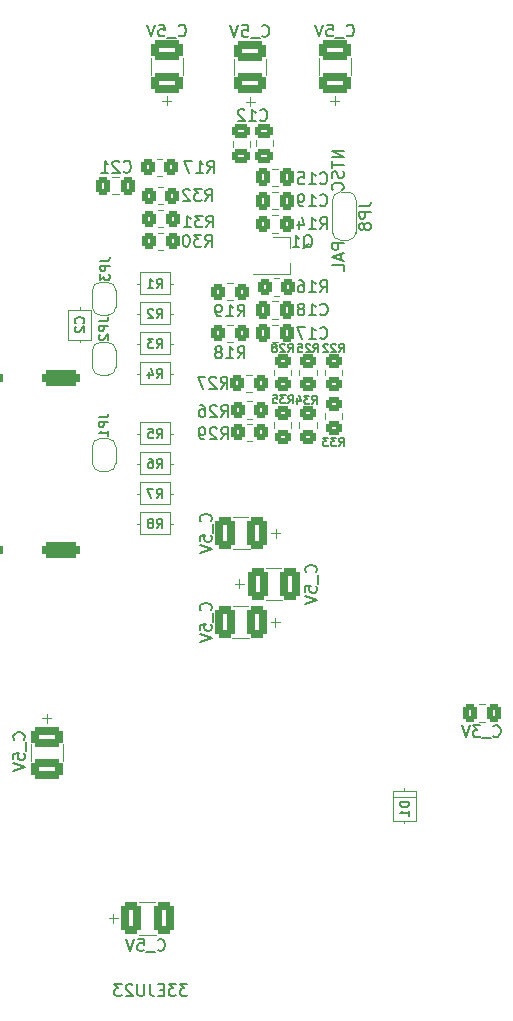
<source format=gbo>
G04 #@! TF.GenerationSoftware,KiCad,Pcbnew,6.0.11-2627ca5db0~126~ubuntu20.04.1*
G04 #@! TF.CreationDate,2023-09-26T13:35:35+05:00*
G04 #@! TF.ProjectId,33EJU23,3333454a-5532-4332-9e6b-696361645f70,rev?*
G04 #@! TF.SameCoordinates,Original*
G04 #@! TF.FileFunction,Legend,Bot*
G04 #@! TF.FilePolarity,Positive*
%FSLAX46Y46*%
G04 Gerber Fmt 4.6, Leading zero omitted, Abs format (unit mm)*
G04 Created by KiCad (PCBNEW 6.0.11-2627ca5db0~126~ubuntu20.04.1) date 2023-09-26 13:35:35*
%MOMM*%
%LPD*%
G01*
G04 APERTURE LIST*
G04 Aperture macros list*
%AMRoundRect*
0 Rectangle with rounded corners*
0 $1 Rounding radius*
0 $2 $3 $4 $5 $6 $7 $8 $9 X,Y pos of 4 corners*
0 Add a 4 corners polygon primitive as box body*
4,1,4,$2,$3,$4,$5,$6,$7,$8,$9,$2,$3,0*
0 Add four circle primitives for the rounded corners*
1,1,$1+$1,$2,$3*
1,1,$1+$1,$4,$5*
1,1,$1+$1,$6,$7*
1,1,$1+$1,$8,$9*
0 Add four rect primitives between the rounded corners*
20,1,$1+$1,$2,$3,$4,$5,0*
20,1,$1+$1,$4,$5,$6,$7,0*
20,1,$1+$1,$6,$7,$8,$9,0*
20,1,$1+$1,$8,$9,$2,$3,0*%
%AMFreePoly0*
4,1,22,0.550000,-0.750000,0.000000,-0.750000,0.000000,-0.745033,-0.079941,-0.743568,-0.215256,-0.701293,-0.333266,-0.622738,-0.424486,-0.514219,-0.481581,-0.384460,-0.499164,-0.250000,-0.500000,-0.250000,-0.500000,0.250000,-0.499164,0.250000,-0.499963,0.256109,-0.478152,0.396186,-0.417904,0.524511,-0.324060,0.630769,-0.204165,0.706417,-0.067858,0.745374,0.000000,0.744959,0.000000,0.750000,
0.550000,0.750000,0.550000,-0.750000,0.550000,-0.750000,$1*%
%AMFreePoly1*
4,1,20,0.000000,0.744959,0.073905,0.744508,0.209726,0.703889,0.328688,0.626782,0.421226,0.519385,0.479903,0.390333,0.500000,0.250000,0.500000,-0.250000,0.499851,-0.262216,0.476331,-0.402017,0.414519,-0.529596,0.319384,-0.634700,0.198574,-0.708877,0.061801,-0.746166,0.000000,-0.745033,0.000000,-0.750000,-0.550000,-0.750000,-0.550000,0.750000,0.000000,0.750000,0.000000,0.744959,
0.000000,0.744959,$1*%
%AMFreePoly2*
4,1,22,0.500000,-0.750000,0.000000,-0.750000,0.000000,-0.745033,-0.079941,-0.743568,-0.215256,-0.701293,-0.333266,-0.622738,-0.424486,-0.514219,-0.481581,-0.384460,-0.499164,-0.250000,-0.500000,-0.250000,-0.500000,0.250000,-0.499164,0.250000,-0.499963,0.256109,-0.478152,0.396186,-0.417904,0.524511,-0.324060,0.630769,-0.204165,0.706417,-0.067858,0.745374,0.000000,0.744959,0.000000,0.750000,
0.500000,0.750000,0.500000,-0.750000,0.500000,-0.750000,$1*%
%AMFreePoly3*
4,1,20,0.000000,0.744959,0.073905,0.744508,0.209726,0.703889,0.328688,0.626782,0.421226,0.519385,0.479903,0.390333,0.500000,0.250000,0.500000,-0.250000,0.499851,-0.262216,0.476331,-0.402017,0.414519,-0.529596,0.319384,-0.634700,0.198574,-0.708877,0.061801,-0.746166,0.000000,-0.745033,0.000000,-0.750000,-0.500000,-0.750000,-0.500000,0.750000,0.000000,0.750000,0.000000,0.744959,
0.000000,0.744959,$1*%
G04 Aperture macros list end*
%ADD10C,0.120000*%
%ADD11C,0.150000*%
%ADD12R,1.600000X7.000000*%
%ADD13RoundRect,0.250000X0.337500X0.475000X-0.337500X0.475000X-0.337500X-0.475000X0.337500X-0.475000X0*%
%ADD14C,1.500000*%
%ADD15C,1.700000*%
%ADD16C,2.000000*%
%ADD17O,1.700000X1.700000*%
%ADD18C,0.650000*%
%ADD19O,1.000000X1.600000*%
%ADD20O,1.100000X1.500000*%
%ADD21O,1.000000X2.100000*%
%ADD22R,1.700000X1.700000*%
%ADD23RoundRect,0.350000X-1.300000X0.350000X-1.300000X-0.350000X1.300000X-0.350000X1.300000X0.350000X0*%
%ADD24RoundRect,0.350000X-0.700000X0.350000X-0.700000X-0.350000X0.700000X-0.350000X0.700000X0.350000X0*%
%ADD25R,1.524000X1.524000*%
%ADD26C,1.524000*%
%ADD27C,3.500000*%
%ADD28R,2.000000X2.000000*%
%ADD29R,1.200000X1.200000*%
%ADD30C,1.200000*%
%ADD31R,1.600000X1.600000*%
%ADD32C,1.600000*%
%ADD33O,4.700000X2.000000*%
%ADD34O,4.400000X2.000000*%
%ADD35O,2.700000X3.700000*%
%ADD36R,3.480000X1.846667*%
%ADD37C,4.000000*%
%ADD38RoundRect,0.250000X0.350000X0.450000X-0.350000X0.450000X-0.350000X-0.450000X0.350000X-0.450000X0*%
%ADD39FreePoly0,90.000000*%
%ADD40R,1.500000X1.000000*%
%ADD41FreePoly1,90.000000*%
%ADD42RoundRect,0.323962X0.534538X1.026038X-0.534538X1.026038X-0.534538X-1.026038X0.534538X-1.026038X0*%
%ADD43RoundRect,0.250000X-0.475000X0.337500X-0.475000X-0.337500X0.475000X-0.337500X0.475000X0.337500X0*%
%ADD44RoundRect,0.250000X-0.450000X0.350000X-0.450000X-0.350000X0.450000X-0.350000X0.450000X0.350000X0*%
%ADD45RoundRect,0.250000X-0.350000X-0.450000X0.350000X-0.450000X0.350000X0.450000X-0.350000X0.450000X0*%
%ADD46FreePoly2,90.000000*%
%ADD47FreePoly3,90.000000*%
%ADD48RoundRect,0.323962X1.026038X-0.534538X1.026038X0.534538X-1.026038X0.534538X-1.026038X-0.534538X0*%
%ADD49R,1.900000X0.800000*%
%ADD50RoundRect,0.323962X-0.534538X-1.026038X0.534538X-1.026038X0.534538X1.026038X-0.534538X1.026038X0*%
%ADD51RoundRect,0.250000X-0.337500X-0.475000X0.337500X-0.475000X0.337500X0.475000X-0.337500X0.475000X0*%
%ADD52RoundRect,0.323962X-1.026038X0.534538X-1.026038X-0.534538X1.026038X-0.534538X1.026038X0.534538X0*%
G04 APERTURE END LIST*
D10*
X67778759Y-96121755D02*
X69683759Y-96121755D01*
D11*
X50363047Y-111974380D02*
X49744000Y-111974380D01*
X50077333Y-112355333D01*
X49934476Y-112355333D01*
X49839238Y-112402952D01*
X49791619Y-112450571D01*
X49744000Y-112545809D01*
X49744000Y-112783904D01*
X49791619Y-112879142D01*
X49839238Y-112926761D01*
X49934476Y-112974380D01*
X50220190Y-112974380D01*
X50315428Y-112926761D01*
X50363047Y-112879142D01*
X49410666Y-111974380D02*
X48791619Y-111974380D01*
X49124952Y-112355333D01*
X48982095Y-112355333D01*
X48886857Y-112402952D01*
X48839238Y-112450571D01*
X48791619Y-112545809D01*
X48791619Y-112783904D01*
X48839238Y-112879142D01*
X48886857Y-112926761D01*
X48982095Y-112974380D01*
X49267809Y-112974380D01*
X49363047Y-112926761D01*
X49410666Y-112879142D01*
X48363047Y-112450571D02*
X48029714Y-112450571D01*
X47886857Y-112974380D02*
X48363047Y-112974380D01*
X48363047Y-111974380D01*
X47886857Y-111974380D01*
X47172571Y-111974380D02*
X47172571Y-112688666D01*
X47220190Y-112831523D01*
X47315428Y-112926761D01*
X47458285Y-112974380D01*
X47553523Y-112974380D01*
X46696380Y-111974380D02*
X46696380Y-112783904D01*
X46648761Y-112879142D01*
X46601142Y-112926761D01*
X46505904Y-112974380D01*
X46315428Y-112974380D01*
X46220190Y-112926761D01*
X46172571Y-112879142D01*
X46124952Y-112783904D01*
X46124952Y-111974380D01*
X45696380Y-112069619D02*
X45648761Y-112022000D01*
X45553523Y-111974380D01*
X45315428Y-111974380D01*
X45220190Y-112022000D01*
X45172571Y-112069619D01*
X45124952Y-112164857D01*
X45124952Y-112260095D01*
X45172571Y-112402952D01*
X45744000Y-112974380D01*
X45124952Y-112974380D01*
X44791619Y-111974380D02*
X44172571Y-111974380D01*
X44505904Y-112355333D01*
X44363047Y-112355333D01*
X44267809Y-112402952D01*
X44220190Y-112450571D01*
X44172571Y-112545809D01*
X44172571Y-112783904D01*
X44220190Y-112879142D01*
X44267809Y-112926761D01*
X44363047Y-112974380D01*
X44648761Y-112974380D01*
X44744000Y-112926761D01*
X44791619Y-112879142D01*
X76255931Y-90982971D02*
X76303550Y-91030590D01*
X76446407Y-91078209D01*
X76541645Y-91078209D01*
X76684502Y-91030590D01*
X76779741Y-90935352D01*
X76827360Y-90840114D01*
X76874979Y-90649638D01*
X76874979Y-90506781D01*
X76827360Y-90316305D01*
X76779741Y-90221067D01*
X76684502Y-90125829D01*
X76541645Y-90078209D01*
X76446407Y-90078209D01*
X76303550Y-90125829D01*
X76255931Y-90173448D01*
X76065455Y-91173448D02*
X75303550Y-91173448D01*
X75160693Y-90078209D02*
X74541645Y-90078209D01*
X74874979Y-90459162D01*
X74732121Y-90459162D01*
X74636883Y-90506781D01*
X74589264Y-90554400D01*
X74541645Y-90649638D01*
X74541645Y-90887733D01*
X74589264Y-90982971D01*
X74636883Y-91030590D01*
X74732121Y-91078209D01*
X75017836Y-91078209D01*
X75113074Y-91030590D01*
X75160693Y-90982971D01*
X74255931Y-90078209D02*
X73922598Y-91078209D01*
X73589264Y-90078209D01*
X47758333Y-68306904D02*
X48025000Y-67925952D01*
X48215476Y-68306904D02*
X48215476Y-67506904D01*
X47910714Y-67506904D01*
X47834523Y-67545000D01*
X47796428Y-67583095D01*
X47758333Y-67659285D01*
X47758333Y-67773571D01*
X47796428Y-67849761D01*
X47834523Y-67887857D01*
X47910714Y-67925952D01*
X48215476Y-67925952D01*
X47072619Y-67506904D02*
X47225000Y-67506904D01*
X47301190Y-67545000D01*
X47339285Y-67583095D01*
X47415476Y-67697380D01*
X47453571Y-67849761D01*
X47453571Y-68154523D01*
X47415476Y-68230714D01*
X47377380Y-68268809D01*
X47301190Y-68306904D01*
X47148809Y-68306904D01*
X47072619Y-68268809D01*
X47034523Y-68230714D01*
X46996428Y-68154523D01*
X46996428Y-67964047D01*
X47034523Y-67887857D01*
X47072619Y-67849761D01*
X47148809Y-67811666D01*
X47301190Y-67811666D01*
X47377380Y-67849761D01*
X47415476Y-67887857D01*
X47453571Y-67964047D01*
X47758333Y-70846904D02*
X48025000Y-70465952D01*
X48215476Y-70846904D02*
X48215476Y-70046904D01*
X47910714Y-70046904D01*
X47834523Y-70085000D01*
X47796428Y-70123095D01*
X47758333Y-70199285D01*
X47758333Y-70313571D01*
X47796428Y-70389761D01*
X47834523Y-70427857D01*
X47910714Y-70465952D01*
X48215476Y-70465952D01*
X47491666Y-70046904D02*
X46958333Y-70046904D01*
X47301190Y-70846904D01*
X47758333Y-55606904D02*
X48025000Y-55225952D01*
X48215476Y-55606904D02*
X48215476Y-54806904D01*
X47910714Y-54806904D01*
X47834523Y-54845000D01*
X47796428Y-54883095D01*
X47758333Y-54959285D01*
X47758333Y-55073571D01*
X47796428Y-55149761D01*
X47834523Y-55187857D01*
X47910714Y-55225952D01*
X48215476Y-55225952D01*
X47453571Y-54883095D02*
X47415476Y-54845000D01*
X47339285Y-54806904D01*
X47148809Y-54806904D01*
X47072619Y-54845000D01*
X47034523Y-54883095D01*
X46996428Y-54959285D01*
X46996428Y-55035476D01*
X47034523Y-55149761D01*
X47491666Y-55606904D01*
X46996428Y-55606904D01*
X69153285Y-96547280D02*
X68353285Y-96547280D01*
X68353285Y-96737757D01*
X68391381Y-96852042D01*
X68467571Y-96928233D01*
X68543761Y-96966328D01*
X68696142Y-97004423D01*
X68810428Y-97004423D01*
X68962809Y-96966328D01*
X69039000Y-96928233D01*
X69115190Y-96852042D01*
X69153285Y-96737757D01*
X69153285Y-96547280D01*
X69153285Y-97766328D02*
X69153285Y-97309185D01*
X69153285Y-97537757D02*
X68353285Y-97537757D01*
X68467571Y-97461566D01*
X68543761Y-97385376D01*
X68581857Y-97309185D01*
X47758333Y-53066904D02*
X48025000Y-52685952D01*
X48215476Y-53066904D02*
X48215476Y-52266904D01*
X47910714Y-52266904D01*
X47834523Y-52305000D01*
X47796428Y-52343095D01*
X47758333Y-52419285D01*
X47758333Y-52533571D01*
X47796428Y-52609761D01*
X47834523Y-52647857D01*
X47910714Y-52685952D01*
X48215476Y-52685952D01*
X46996428Y-53066904D02*
X47453571Y-53066904D01*
X47225000Y-53066904D02*
X47225000Y-52266904D01*
X47301190Y-52381190D01*
X47377380Y-52457380D01*
X47453571Y-52495476D01*
X41560714Y-56016666D02*
X41598809Y-55978571D01*
X41636904Y-55864285D01*
X41636904Y-55788095D01*
X41598809Y-55673809D01*
X41522619Y-55597619D01*
X41446428Y-55559523D01*
X41294047Y-55521428D01*
X41179761Y-55521428D01*
X41027380Y-55559523D01*
X40951190Y-55597619D01*
X40875000Y-55673809D01*
X40836904Y-55788095D01*
X40836904Y-55864285D01*
X40875000Y-55978571D01*
X40913095Y-56016666D01*
X40913095Y-56321428D02*
X40875000Y-56359523D01*
X40836904Y-56435714D01*
X40836904Y-56626190D01*
X40875000Y-56702380D01*
X40913095Y-56740476D01*
X40989285Y-56778571D01*
X41065476Y-56778571D01*
X41179761Y-56740476D01*
X41636904Y-56283333D01*
X41636904Y-56778571D01*
X47758333Y-60686904D02*
X48025000Y-60305952D01*
X48215476Y-60686904D02*
X48215476Y-59886904D01*
X47910714Y-59886904D01*
X47834523Y-59925000D01*
X47796428Y-59963095D01*
X47758333Y-60039285D01*
X47758333Y-60153571D01*
X47796428Y-60229761D01*
X47834523Y-60267857D01*
X47910714Y-60305952D01*
X48215476Y-60305952D01*
X47072619Y-60153571D02*
X47072619Y-60686904D01*
X47263095Y-59848809D02*
X47453571Y-60420238D01*
X46958333Y-60420238D01*
X47758333Y-58146904D02*
X48025000Y-57765952D01*
X48215476Y-58146904D02*
X48215476Y-57346904D01*
X47910714Y-57346904D01*
X47834523Y-57385000D01*
X47796428Y-57423095D01*
X47758333Y-57499285D01*
X47758333Y-57613571D01*
X47796428Y-57689761D01*
X47834523Y-57727857D01*
X47910714Y-57765952D01*
X48215476Y-57765952D01*
X47491666Y-57346904D02*
X46996428Y-57346904D01*
X47263095Y-57651666D01*
X47148809Y-57651666D01*
X47072619Y-57689761D01*
X47034523Y-57727857D01*
X46996428Y-57804047D01*
X46996428Y-57994523D01*
X47034523Y-58070714D01*
X47072619Y-58108809D01*
X47148809Y-58146904D01*
X47377380Y-58146904D01*
X47453571Y-58108809D01*
X47491666Y-58070714D01*
X47758333Y-65766904D02*
X48025000Y-65385952D01*
X48215476Y-65766904D02*
X48215476Y-64966904D01*
X47910714Y-64966904D01*
X47834523Y-65005000D01*
X47796428Y-65043095D01*
X47758333Y-65119285D01*
X47758333Y-65233571D01*
X47796428Y-65309761D01*
X47834523Y-65347857D01*
X47910714Y-65385952D01*
X48215476Y-65385952D01*
X47034523Y-64966904D02*
X47415476Y-64966904D01*
X47453571Y-65347857D01*
X47415476Y-65309761D01*
X47339285Y-65271666D01*
X47148809Y-65271666D01*
X47072619Y-65309761D01*
X47034523Y-65347857D01*
X46996428Y-65424047D01*
X46996428Y-65614523D01*
X47034523Y-65690714D01*
X47072619Y-65728809D01*
X47148809Y-65766904D01*
X47339285Y-65766904D01*
X47415476Y-65728809D01*
X47453571Y-65690714D01*
X47758333Y-73386904D02*
X48025000Y-73005952D01*
X48215476Y-73386904D02*
X48215476Y-72586904D01*
X47910714Y-72586904D01*
X47834523Y-72625000D01*
X47796428Y-72663095D01*
X47758333Y-72739285D01*
X47758333Y-72853571D01*
X47796428Y-72929761D01*
X47834523Y-72967857D01*
X47910714Y-73005952D01*
X48215476Y-73005952D01*
X47301190Y-72929761D02*
X47377380Y-72891666D01*
X47415476Y-72853571D01*
X47453571Y-72777380D01*
X47453571Y-72739285D01*
X47415476Y-72663095D01*
X47377380Y-72625000D01*
X47301190Y-72586904D01*
X47148809Y-72586904D01*
X47072619Y-72625000D01*
X47034523Y-72663095D01*
X46996428Y-72739285D01*
X46996428Y-72777380D01*
X47034523Y-72853571D01*
X47072619Y-72891666D01*
X47148809Y-72929761D01*
X47301190Y-72929761D01*
X47377380Y-72967857D01*
X47415476Y-73005952D01*
X47453571Y-73082142D01*
X47453571Y-73234523D01*
X47415476Y-73310714D01*
X47377380Y-73348809D01*
X47301190Y-73386904D01*
X47148809Y-73386904D01*
X47072619Y-73348809D01*
X47034523Y-73310714D01*
X46996428Y-73234523D01*
X46996428Y-73082142D01*
X47034523Y-73005952D01*
X47072619Y-72967857D01*
X47148809Y-72929761D01*
X51890657Y-45664380D02*
X52223990Y-45188190D01*
X52462085Y-45664380D02*
X52462085Y-44664380D01*
X52081133Y-44664380D01*
X51985895Y-44712000D01*
X51938276Y-44759619D01*
X51890657Y-44854857D01*
X51890657Y-44997714D01*
X51938276Y-45092952D01*
X51985895Y-45140571D01*
X52081133Y-45188190D01*
X52462085Y-45188190D01*
X51557323Y-44664380D02*
X50938276Y-44664380D01*
X51271609Y-45045333D01*
X51128752Y-45045333D01*
X51033514Y-45092952D01*
X50985895Y-45140571D01*
X50938276Y-45235809D01*
X50938276Y-45473904D01*
X50985895Y-45569142D01*
X51033514Y-45616761D01*
X51128752Y-45664380D01*
X51414466Y-45664380D01*
X51509704Y-45616761D01*
X51557323Y-45569142D01*
X50557323Y-44759619D02*
X50509704Y-44712000D01*
X50414466Y-44664380D01*
X50176371Y-44664380D01*
X50081133Y-44712000D01*
X50033514Y-44759619D01*
X49985895Y-44854857D01*
X49985895Y-44950095D01*
X50033514Y-45092952D01*
X50604942Y-45664380D01*
X49985895Y-45664380D01*
X64899712Y-46125505D02*
X65613998Y-46125505D01*
X65756855Y-46077886D01*
X65852093Y-45982648D01*
X65899712Y-45839791D01*
X65899712Y-45744553D01*
X65899712Y-46601696D02*
X64899712Y-46601696D01*
X64899712Y-46982648D01*
X64947332Y-47077886D01*
X64994951Y-47125505D01*
X65090189Y-47173124D01*
X65233046Y-47173124D01*
X65328284Y-47125505D01*
X65375903Y-47077886D01*
X65423522Y-46982648D01*
X65423522Y-46601696D01*
X65328284Y-47744553D02*
X65280665Y-47649315D01*
X65233046Y-47601696D01*
X65137808Y-47554077D01*
X65090189Y-47554077D01*
X64994951Y-47601696D01*
X64947332Y-47649315D01*
X64899712Y-47744553D01*
X64899712Y-47935029D01*
X64947332Y-48030267D01*
X64994951Y-48077886D01*
X65090189Y-48125505D01*
X65137808Y-48125505D01*
X65233046Y-48077886D01*
X65280665Y-48030267D01*
X65328284Y-47935029D01*
X65328284Y-47744553D01*
X65375903Y-47649315D01*
X65423522Y-47601696D01*
X65518760Y-47554077D01*
X65709236Y-47554077D01*
X65804474Y-47601696D01*
X65852093Y-47649315D01*
X65899712Y-47744553D01*
X65899712Y-47935029D01*
X65852093Y-48030267D01*
X65804474Y-48077886D01*
X65709236Y-48125505D01*
X65518760Y-48125505D01*
X65423522Y-48077886D01*
X65375903Y-48030267D01*
X65328284Y-47935029D01*
X63629732Y-49241380D02*
X62629732Y-49241380D01*
X62629732Y-49622333D01*
X62677352Y-49717571D01*
X62724971Y-49765190D01*
X62820209Y-49812809D01*
X62963066Y-49812809D01*
X63058304Y-49765190D01*
X63105923Y-49717571D01*
X63153542Y-49622333D01*
X63153542Y-49241380D01*
X63344018Y-50193761D02*
X63344018Y-50669952D01*
X63629732Y-50098523D02*
X62629732Y-50431857D01*
X63629732Y-50765190D01*
X63629732Y-51574714D02*
X63629732Y-51098523D01*
X62629732Y-51098523D01*
X63580094Y-41409092D02*
X62580094Y-41409092D01*
X63580094Y-41980521D01*
X62580094Y-41980521D01*
X62580094Y-42313854D02*
X62580094Y-42885283D01*
X63580094Y-42599569D02*
X62580094Y-42599569D01*
X63532475Y-43170997D02*
X63580094Y-43313854D01*
X63580094Y-43551950D01*
X63532475Y-43647188D01*
X63484856Y-43694807D01*
X63389618Y-43742426D01*
X63294380Y-43742426D01*
X63199142Y-43694807D01*
X63151523Y-43647188D01*
X63103904Y-43551950D01*
X63056285Y-43361473D01*
X63008666Y-43266235D01*
X62961047Y-43218616D01*
X62865809Y-43170997D01*
X62770571Y-43170997D01*
X62675333Y-43218616D01*
X62627714Y-43266235D01*
X62580094Y-43361473D01*
X62580094Y-43599569D01*
X62627714Y-43742426D01*
X63484856Y-44742426D02*
X63532475Y-44694807D01*
X63580094Y-44551950D01*
X63580094Y-44456711D01*
X63532475Y-44313854D01*
X63437237Y-44218616D01*
X63341999Y-44170997D01*
X63151523Y-44123378D01*
X63008666Y-44123378D01*
X62818190Y-44170997D01*
X62722952Y-44218616D01*
X62627714Y-44313854D01*
X62580094Y-44456711D01*
X62580094Y-44551950D01*
X62627714Y-44694807D01*
X62675333Y-44742426D01*
X52324375Y-80352471D02*
X52371994Y-80304852D01*
X52419613Y-80161995D01*
X52419613Y-80066757D01*
X52371994Y-79923900D01*
X52276756Y-79828662D01*
X52181518Y-79781042D01*
X51991042Y-79733423D01*
X51848185Y-79733423D01*
X51657709Y-79781042D01*
X51562471Y-79828662D01*
X51467233Y-79923900D01*
X51419613Y-80066757D01*
X51419613Y-80161995D01*
X51467233Y-80304852D01*
X51514852Y-80352471D01*
X52514852Y-80542947D02*
X52514852Y-81304852D01*
X51419613Y-82019138D02*
X51419613Y-81542947D01*
X51895804Y-81495328D01*
X51848185Y-81542947D01*
X51800566Y-81638185D01*
X51800566Y-81876281D01*
X51848185Y-81971519D01*
X51895804Y-82019138D01*
X51991042Y-82066757D01*
X52229137Y-82066757D01*
X52324375Y-82019138D01*
X52371994Y-81971519D01*
X52419613Y-81876281D01*
X52419613Y-81638185D01*
X52371994Y-81542947D01*
X52324375Y-81495328D01*
X51419613Y-82352471D02*
X52419613Y-82685804D01*
X51419613Y-83019138D01*
X56522937Y-38822326D02*
X56570556Y-38869945D01*
X56713413Y-38917564D01*
X56808651Y-38917564D01*
X56951508Y-38869945D01*
X57046746Y-38774707D01*
X57094365Y-38679469D01*
X57141984Y-38488993D01*
X57141984Y-38346136D01*
X57094365Y-38155660D01*
X57046746Y-38060422D01*
X56951508Y-37965184D01*
X56808651Y-37917564D01*
X56713413Y-37917564D01*
X56570556Y-37965184D01*
X56522937Y-38012803D01*
X55570556Y-38917564D02*
X56141984Y-38917564D01*
X55856270Y-38917564D02*
X55856270Y-37917564D01*
X55951508Y-38060422D01*
X56046746Y-38155660D01*
X56141984Y-38203279D01*
X55189603Y-38012803D02*
X55141984Y-37965184D01*
X55046746Y-37917564D01*
X54808651Y-37917564D01*
X54713413Y-37965184D01*
X54665794Y-38012803D01*
X54618175Y-38108041D01*
X54618175Y-38203279D01*
X54665794Y-38346136D01*
X55237222Y-38917564D01*
X54618175Y-38917564D01*
X60910668Y-62867543D02*
X61144001Y-62534210D01*
X61310668Y-62867543D02*
X61310668Y-62167543D01*
X61044001Y-62167543D01*
X60977334Y-62200877D01*
X60944001Y-62234210D01*
X60910668Y-62300877D01*
X60910668Y-62400877D01*
X60944001Y-62467543D01*
X60977334Y-62500877D01*
X61044001Y-62534210D01*
X61310668Y-62534210D01*
X60677334Y-62167543D02*
X60244001Y-62167543D01*
X60477334Y-62434210D01*
X60377334Y-62434210D01*
X60310668Y-62467543D01*
X60277334Y-62500877D01*
X60244001Y-62567543D01*
X60244001Y-62734210D01*
X60277334Y-62800877D01*
X60310668Y-62834210D01*
X60377334Y-62867543D01*
X60577334Y-62867543D01*
X60644001Y-62834210D01*
X60677334Y-62800877D01*
X59644001Y-62400877D02*
X59644001Y-62867543D01*
X59810668Y-62134210D02*
X59977334Y-62634210D01*
X59544001Y-62634210D01*
X51976257Y-47924980D02*
X52309590Y-47448790D01*
X52547685Y-47924980D02*
X52547685Y-46924980D01*
X52166733Y-46924980D01*
X52071495Y-46972600D01*
X52023876Y-47020219D01*
X51976257Y-47115457D01*
X51976257Y-47258314D01*
X52023876Y-47353552D01*
X52071495Y-47401171D01*
X52166733Y-47448790D01*
X52547685Y-47448790D01*
X51642923Y-46924980D02*
X51023876Y-46924980D01*
X51357209Y-47305933D01*
X51214352Y-47305933D01*
X51119114Y-47353552D01*
X51071495Y-47401171D01*
X51023876Y-47496409D01*
X51023876Y-47734504D01*
X51071495Y-47829742D01*
X51119114Y-47877361D01*
X51214352Y-47924980D01*
X51500066Y-47924980D01*
X51595304Y-47877361D01*
X51642923Y-47829742D01*
X50071495Y-47924980D02*
X50642923Y-47924980D01*
X50357209Y-47924980D02*
X50357209Y-46924980D01*
X50452447Y-47067838D01*
X50547685Y-47163076D01*
X50642923Y-47210695D01*
X54617857Y-55452380D02*
X54951190Y-54976190D01*
X55189285Y-55452380D02*
X55189285Y-54452380D01*
X54808333Y-54452380D01*
X54713095Y-54500000D01*
X54665476Y-54547619D01*
X54617857Y-54642857D01*
X54617857Y-54785714D01*
X54665476Y-54880952D01*
X54713095Y-54928571D01*
X54808333Y-54976190D01*
X55189285Y-54976190D01*
X53665476Y-55452380D02*
X54236904Y-55452380D01*
X53951190Y-55452380D02*
X53951190Y-54452380D01*
X54046428Y-54595238D01*
X54141666Y-54690476D01*
X54236904Y-54738095D01*
X53189285Y-55452380D02*
X52998809Y-55452380D01*
X52903571Y-55404761D01*
X52855952Y-55357142D01*
X52760714Y-55214285D01*
X52713095Y-55023809D01*
X52713095Y-54642857D01*
X52760714Y-54547619D01*
X52808333Y-54500000D01*
X52903571Y-54452380D01*
X53094047Y-54452380D01*
X53189285Y-54500000D01*
X53236904Y-54547619D01*
X53284523Y-54642857D01*
X53284523Y-54880952D01*
X53236904Y-54976190D01*
X53189285Y-55023809D01*
X53094047Y-55071428D01*
X52903571Y-55071428D01*
X52808333Y-55023809D01*
X52760714Y-54976190D01*
X52713095Y-54880952D01*
X63188000Y-58482666D02*
X63421333Y-58149333D01*
X63588000Y-58482666D02*
X63588000Y-57782666D01*
X63321333Y-57782666D01*
X63254666Y-57816000D01*
X63221333Y-57849333D01*
X63188000Y-57916000D01*
X63188000Y-58016000D01*
X63221333Y-58082666D01*
X63254666Y-58116000D01*
X63321333Y-58149333D01*
X63588000Y-58149333D01*
X62921333Y-57849333D02*
X62888000Y-57816000D01*
X62821333Y-57782666D01*
X62654666Y-57782666D01*
X62588000Y-57816000D01*
X62554666Y-57849333D01*
X62521333Y-57916000D01*
X62521333Y-57982666D01*
X62554666Y-58082666D01*
X62954666Y-58482666D01*
X62521333Y-58482666D01*
X62254666Y-57849333D02*
X62221333Y-57816000D01*
X62154666Y-57782666D01*
X61988000Y-57782666D01*
X61921333Y-57816000D01*
X61888000Y-57849333D01*
X61854666Y-57916000D01*
X61854666Y-57982666D01*
X61888000Y-58082666D01*
X62288000Y-58482666D01*
X61854666Y-58482666D01*
X52322623Y-72816578D02*
X52370242Y-72768959D01*
X52417861Y-72626102D01*
X52417861Y-72530864D01*
X52370242Y-72388007D01*
X52275004Y-72292769D01*
X52179766Y-72245149D01*
X51989290Y-72197530D01*
X51846433Y-72197530D01*
X51655957Y-72245149D01*
X51560719Y-72292769D01*
X51465481Y-72388007D01*
X51417861Y-72530864D01*
X51417861Y-72626102D01*
X51465481Y-72768959D01*
X51513100Y-72816578D01*
X52513100Y-73007054D02*
X52513100Y-73768959D01*
X51417861Y-74483245D02*
X51417861Y-74007054D01*
X51894052Y-73959435D01*
X51846433Y-74007054D01*
X51798814Y-74102292D01*
X51798814Y-74340388D01*
X51846433Y-74435626D01*
X51894052Y-74483245D01*
X51989290Y-74530864D01*
X52227385Y-74530864D01*
X52322623Y-74483245D01*
X52370242Y-74435626D01*
X52417861Y-74340388D01*
X52417861Y-74102292D01*
X52370242Y-74007054D01*
X52322623Y-73959435D01*
X51417861Y-74816578D02*
X52417861Y-75149911D01*
X51417861Y-75483245D01*
X61029000Y-58482666D02*
X61262333Y-58149333D01*
X61429000Y-58482666D02*
X61429000Y-57782666D01*
X61162333Y-57782666D01*
X61095666Y-57816000D01*
X61062333Y-57849333D01*
X61029000Y-57916000D01*
X61029000Y-58016000D01*
X61062333Y-58082666D01*
X61095666Y-58116000D01*
X61162333Y-58149333D01*
X61429000Y-58149333D01*
X60762333Y-57849333D02*
X60729000Y-57816000D01*
X60662333Y-57782666D01*
X60495666Y-57782666D01*
X60429000Y-57816000D01*
X60395666Y-57849333D01*
X60362333Y-57916000D01*
X60362333Y-57982666D01*
X60395666Y-58082666D01*
X60795666Y-58482666D01*
X60362333Y-58482666D01*
X59729000Y-57782666D02*
X60062333Y-57782666D01*
X60095666Y-58116000D01*
X60062333Y-58082666D01*
X59995666Y-58049333D01*
X59829000Y-58049333D01*
X59762333Y-58082666D01*
X59729000Y-58116000D01*
X59695666Y-58182666D01*
X59695666Y-58349333D01*
X59729000Y-58416000D01*
X59762333Y-58449333D01*
X59829000Y-58482666D01*
X59995666Y-58482666D01*
X60062333Y-58449333D01*
X60095666Y-58416000D01*
X42995904Y-50768333D02*
X43567333Y-50768333D01*
X43681619Y-50730238D01*
X43757809Y-50654047D01*
X43795904Y-50539761D01*
X43795904Y-50463571D01*
X43795904Y-51149285D02*
X42995904Y-51149285D01*
X42995904Y-51454047D01*
X43034000Y-51530238D01*
X43072095Y-51568333D01*
X43148285Y-51606428D01*
X43262571Y-51606428D01*
X43338761Y-51568333D01*
X43376857Y-51530238D01*
X43414952Y-51454047D01*
X43414952Y-51149285D01*
X42995904Y-51873095D02*
X42995904Y-52368333D01*
X43300666Y-52101666D01*
X43300666Y-52215952D01*
X43338761Y-52292142D01*
X43376857Y-52330238D01*
X43453047Y-52368333D01*
X43643523Y-52368333D01*
X43719714Y-52330238D01*
X43757809Y-52292142D01*
X43795904Y-52215952D01*
X43795904Y-51987380D01*
X43757809Y-51911190D01*
X43719714Y-51873095D01*
X61602857Y-53411380D02*
X61936190Y-52935190D01*
X62174285Y-53411380D02*
X62174285Y-52411380D01*
X61793333Y-52411380D01*
X61698095Y-52459000D01*
X61650476Y-52506619D01*
X61602857Y-52601857D01*
X61602857Y-52744714D01*
X61650476Y-52839952D01*
X61698095Y-52887571D01*
X61793333Y-52935190D01*
X62174285Y-52935190D01*
X60650476Y-53411380D02*
X61221904Y-53411380D01*
X60936190Y-53411380D02*
X60936190Y-52411380D01*
X61031428Y-52554238D01*
X61126666Y-52649476D01*
X61221904Y-52697095D01*
X59793333Y-52411380D02*
X59983809Y-52411380D01*
X60079047Y-52459000D01*
X60126666Y-52506619D01*
X60221904Y-52649476D01*
X60269523Y-52839952D01*
X60269523Y-53220904D01*
X60221904Y-53316142D01*
X60174285Y-53363761D01*
X60079047Y-53411380D01*
X59888571Y-53411380D01*
X59793333Y-53363761D01*
X59745714Y-53316142D01*
X59698095Y-53220904D01*
X59698095Y-52982809D01*
X59745714Y-52887571D01*
X59793333Y-52839952D01*
X59888571Y-52792333D01*
X60079047Y-52792333D01*
X60174285Y-52839952D01*
X60221904Y-52887571D01*
X60269523Y-52982809D01*
X61594288Y-46018090D02*
X61641907Y-46065709D01*
X61784764Y-46113328D01*
X61880002Y-46113328D01*
X62022859Y-46065709D01*
X62118097Y-45970471D01*
X62165716Y-45875233D01*
X62213335Y-45684757D01*
X62213335Y-45541900D01*
X62165716Y-45351424D01*
X62118097Y-45256186D01*
X62022859Y-45160948D01*
X61880002Y-45113328D01*
X61784764Y-45113328D01*
X61641907Y-45160948D01*
X61594288Y-45208567D01*
X60641907Y-46113328D02*
X61213335Y-46113328D01*
X60927621Y-46113328D02*
X60927621Y-45113328D01*
X61022859Y-45256186D01*
X61118097Y-45351424D01*
X61213335Y-45399043D01*
X60165716Y-46113328D02*
X59975240Y-46113328D01*
X59880002Y-46065709D01*
X59832383Y-46018090D01*
X59737145Y-45875233D01*
X59689526Y-45684757D01*
X59689526Y-45303805D01*
X59737145Y-45208567D01*
X59784764Y-45160948D01*
X59880002Y-45113328D01*
X60070478Y-45113328D01*
X60165716Y-45160948D01*
X60213335Y-45208567D01*
X60260954Y-45303805D01*
X60260954Y-45541900D01*
X60213335Y-45637138D01*
X60165716Y-45684757D01*
X60070478Y-45732376D01*
X59880002Y-45732376D01*
X59784764Y-45684757D01*
X59737145Y-45637138D01*
X59689526Y-45541900D01*
X61602857Y-48077380D02*
X61936190Y-47601190D01*
X62174285Y-48077380D02*
X62174285Y-47077380D01*
X61793333Y-47077380D01*
X61698095Y-47125000D01*
X61650476Y-47172619D01*
X61602857Y-47267857D01*
X61602857Y-47410714D01*
X61650476Y-47505952D01*
X61698095Y-47553571D01*
X61793333Y-47601190D01*
X62174285Y-47601190D01*
X60650476Y-48077380D02*
X61221904Y-48077380D01*
X60936190Y-48077380D02*
X60936190Y-47077380D01*
X61031428Y-47220238D01*
X61126666Y-47315476D01*
X61221904Y-47363095D01*
X59793333Y-47410714D02*
X59793333Y-48077380D01*
X60031428Y-47029761D02*
X60269523Y-47744047D01*
X59650476Y-47744047D01*
X63841190Y-31649942D02*
X63888809Y-31697561D01*
X64031666Y-31745180D01*
X64126904Y-31745180D01*
X64269761Y-31697561D01*
X64365000Y-31602323D01*
X64412619Y-31507085D01*
X64460238Y-31316609D01*
X64460238Y-31173752D01*
X64412619Y-30983276D01*
X64365000Y-30888038D01*
X64269761Y-30792800D01*
X64126904Y-30745180D01*
X64031666Y-30745180D01*
X63888809Y-30792800D01*
X63841190Y-30840419D01*
X63650714Y-31840419D02*
X62888809Y-31840419D01*
X62174523Y-30745180D02*
X62650714Y-30745180D01*
X62698333Y-31221371D01*
X62650714Y-31173752D01*
X62555476Y-31126133D01*
X62317380Y-31126133D01*
X62222142Y-31173752D01*
X62174523Y-31221371D01*
X62126904Y-31316609D01*
X62126904Y-31554704D01*
X62174523Y-31649942D01*
X62222142Y-31697561D01*
X62317380Y-31745180D01*
X62555476Y-31745180D01*
X62650714Y-31697561D01*
X62698333Y-31649942D01*
X61841190Y-30745180D02*
X61507857Y-31745180D01*
X61174523Y-30745180D01*
X58861302Y-58482358D02*
X59094635Y-58149025D01*
X59261302Y-58482358D02*
X59261302Y-57782358D01*
X58994635Y-57782358D01*
X58927968Y-57815692D01*
X58894635Y-57849025D01*
X58861302Y-57915692D01*
X58861302Y-58015692D01*
X58894635Y-58082358D01*
X58927968Y-58115692D01*
X58994635Y-58149025D01*
X59261302Y-58149025D01*
X58594635Y-57849025D02*
X58561302Y-57815692D01*
X58494635Y-57782358D01*
X58327968Y-57782358D01*
X58261302Y-57815692D01*
X58227968Y-57849025D01*
X58194635Y-57915692D01*
X58194635Y-57982358D01*
X58227968Y-58082358D01*
X58627968Y-58482358D01*
X58194635Y-58482358D01*
X57794635Y-58082358D02*
X57861302Y-58049025D01*
X57894635Y-58015692D01*
X57927968Y-57949025D01*
X57927968Y-57915692D01*
X57894635Y-57849025D01*
X57861302Y-57815692D01*
X57794635Y-57782358D01*
X57661302Y-57782358D01*
X57594635Y-57815692D01*
X57561302Y-57849025D01*
X57527968Y-57915692D01*
X57527968Y-57949025D01*
X57561302Y-58015692D01*
X57594635Y-58049025D01*
X57661302Y-58082358D01*
X57794635Y-58082358D01*
X57861302Y-58115692D01*
X57894635Y-58149025D01*
X57927968Y-58215692D01*
X57927968Y-58349025D01*
X57894635Y-58415692D01*
X57861302Y-58449025D01*
X57794635Y-58482358D01*
X57661302Y-58482358D01*
X57594635Y-58449025D01*
X57561302Y-58415692D01*
X57527968Y-58349025D01*
X57527968Y-58215692D01*
X57561302Y-58149025D01*
X57594635Y-58115692D01*
X57661302Y-58082358D01*
X42868904Y-63991333D02*
X43440333Y-63991333D01*
X43554619Y-63953238D01*
X43630809Y-63877047D01*
X43668904Y-63762761D01*
X43668904Y-63686571D01*
X43668904Y-64372285D02*
X42868904Y-64372285D01*
X42868904Y-64677047D01*
X42907000Y-64753238D01*
X42945095Y-64791333D01*
X43021285Y-64829428D01*
X43135571Y-64829428D01*
X43211761Y-64791333D01*
X43249857Y-64753238D01*
X43287952Y-64677047D01*
X43287952Y-64372285D01*
X43668904Y-65591333D02*
X43668904Y-65134190D01*
X43668904Y-65362761D02*
X42868904Y-65362761D01*
X42983190Y-65286571D01*
X43059380Y-65210380D01*
X43097476Y-65134190D01*
X53220857Y-65857380D02*
X53554190Y-65381190D01*
X53792285Y-65857380D02*
X53792285Y-64857380D01*
X53411333Y-64857380D01*
X53316095Y-64905000D01*
X53268476Y-64952619D01*
X53220857Y-65047857D01*
X53220857Y-65190714D01*
X53268476Y-65285952D01*
X53316095Y-65333571D01*
X53411333Y-65381190D01*
X53792285Y-65381190D01*
X52839904Y-64952619D02*
X52792285Y-64905000D01*
X52697047Y-64857380D01*
X52458952Y-64857380D01*
X52363714Y-64905000D01*
X52316095Y-64952619D01*
X52268476Y-65047857D01*
X52268476Y-65143095D01*
X52316095Y-65285952D01*
X52887523Y-65857380D01*
X52268476Y-65857380D01*
X51792285Y-65857380D02*
X51601809Y-65857380D01*
X51506571Y-65809761D01*
X51458952Y-65762142D01*
X51363714Y-65619285D01*
X51316095Y-65428809D01*
X51316095Y-65047857D01*
X51363714Y-64952619D01*
X51411333Y-64905000D01*
X51506571Y-64857380D01*
X51697047Y-64857380D01*
X51792285Y-64905000D01*
X51839904Y-64952619D01*
X51887523Y-65047857D01*
X51887523Y-65285952D01*
X51839904Y-65381190D01*
X51792285Y-65428809D01*
X51697047Y-65476428D01*
X51506571Y-65476428D01*
X51411333Y-65428809D01*
X51363714Y-65381190D01*
X51316095Y-65285952D01*
X44965857Y-43181542D02*
X45013476Y-43229161D01*
X45156333Y-43276780D01*
X45251571Y-43276780D01*
X45394428Y-43229161D01*
X45489666Y-43133923D01*
X45537285Y-43038685D01*
X45584904Y-42848209D01*
X45584904Y-42705352D01*
X45537285Y-42514876D01*
X45489666Y-42419638D01*
X45394428Y-42324400D01*
X45251571Y-42276780D01*
X45156333Y-42276780D01*
X45013476Y-42324400D01*
X44965857Y-42372019D01*
X44584904Y-42372019D02*
X44537285Y-42324400D01*
X44442047Y-42276780D01*
X44203952Y-42276780D01*
X44108714Y-42324400D01*
X44061095Y-42372019D01*
X44013476Y-42467257D01*
X44013476Y-42562495D01*
X44061095Y-42705352D01*
X44632523Y-43276780D01*
X44013476Y-43276780D01*
X43061095Y-43276780D02*
X43632523Y-43276780D01*
X43346809Y-43276780D02*
X43346809Y-42276780D01*
X43442047Y-42419638D01*
X43537285Y-42514876D01*
X43632523Y-42562495D01*
X60166238Y-49696619D02*
X60261476Y-49649000D01*
X60356714Y-49553761D01*
X60499571Y-49410904D01*
X60594809Y-49363285D01*
X60690047Y-49363285D01*
X60642428Y-49601380D02*
X60737666Y-49553761D01*
X60832904Y-49458523D01*
X60880523Y-49268047D01*
X60880523Y-48934714D01*
X60832904Y-48744238D01*
X60737666Y-48649000D01*
X60642428Y-48601380D01*
X60451952Y-48601380D01*
X60356714Y-48649000D01*
X60261476Y-48744238D01*
X60213857Y-48934714D01*
X60213857Y-49268047D01*
X60261476Y-49458523D01*
X60356714Y-49553761D01*
X60451952Y-49601380D01*
X60642428Y-49601380D01*
X59261476Y-49601380D02*
X59832904Y-49601380D01*
X59547190Y-49601380D02*
X59547190Y-48601380D01*
X59642428Y-48744238D01*
X59737666Y-48839476D01*
X59832904Y-48887095D01*
X56672475Y-31698731D02*
X56720094Y-31746350D01*
X56862951Y-31793969D01*
X56958189Y-31793969D01*
X57101046Y-31746350D01*
X57196285Y-31651112D01*
X57243904Y-31555874D01*
X57291523Y-31365398D01*
X57291523Y-31222541D01*
X57243904Y-31032065D01*
X57196285Y-30936827D01*
X57101046Y-30841589D01*
X56958189Y-30793969D01*
X56862951Y-30793969D01*
X56720094Y-30841589D01*
X56672475Y-30889208D01*
X56481999Y-31889208D02*
X55720094Y-31889208D01*
X55005808Y-30793969D02*
X55481999Y-30793969D01*
X55529618Y-31270160D01*
X55481999Y-31222541D01*
X55386761Y-31174922D01*
X55148665Y-31174922D01*
X55053427Y-31222541D01*
X55005808Y-31270160D01*
X54958189Y-31365398D01*
X54958189Y-31603493D01*
X55005808Y-31698731D01*
X55053427Y-31746350D01*
X55148665Y-31793969D01*
X55386761Y-31793969D01*
X55481999Y-31746350D01*
X55529618Y-31698731D01*
X54672475Y-30793969D02*
X54339142Y-31793969D01*
X54005808Y-30793969D01*
X61220642Y-77128809D02*
X61268261Y-77081190D01*
X61315880Y-76938333D01*
X61315880Y-76843095D01*
X61268261Y-76700238D01*
X61173023Y-76605000D01*
X61077785Y-76557380D01*
X60887309Y-76509761D01*
X60744452Y-76509761D01*
X60553976Y-76557380D01*
X60458738Y-76605000D01*
X60363500Y-76700238D01*
X60315880Y-76843095D01*
X60315880Y-76938333D01*
X60363500Y-77081190D01*
X60411119Y-77128809D01*
X61411119Y-77319285D02*
X61411119Y-78081190D01*
X60315880Y-78795476D02*
X60315880Y-78319285D01*
X60792071Y-78271666D01*
X60744452Y-78319285D01*
X60696833Y-78414523D01*
X60696833Y-78652619D01*
X60744452Y-78747857D01*
X60792071Y-78795476D01*
X60887309Y-78843095D01*
X61125404Y-78843095D01*
X61220642Y-78795476D01*
X61268261Y-78747857D01*
X61315880Y-78652619D01*
X61315880Y-78414523D01*
X61268261Y-78319285D01*
X61220642Y-78271666D01*
X60315880Y-79128809D02*
X61315880Y-79462142D01*
X60315880Y-79795476D01*
X42868904Y-55848333D02*
X43440333Y-55848333D01*
X43554619Y-55810238D01*
X43630809Y-55734047D01*
X43668904Y-55619761D01*
X43668904Y-55543571D01*
X43668904Y-56229285D02*
X42868904Y-56229285D01*
X42868904Y-56534047D01*
X42907000Y-56610238D01*
X42945095Y-56648333D01*
X43021285Y-56686428D01*
X43135571Y-56686428D01*
X43211761Y-56648333D01*
X43249857Y-56610238D01*
X43287952Y-56534047D01*
X43287952Y-56229285D01*
X42945095Y-56991190D02*
X42907000Y-57029285D01*
X42868904Y-57105476D01*
X42868904Y-57295952D01*
X42907000Y-57372142D01*
X42945095Y-57410238D01*
X43021285Y-57448333D01*
X43097476Y-57448333D01*
X43211761Y-57410238D01*
X43668904Y-56953095D01*
X43668904Y-57448333D01*
X63182362Y-66430961D02*
X63415695Y-66097628D01*
X63582362Y-66430961D02*
X63582362Y-65730961D01*
X63315695Y-65730961D01*
X63249028Y-65764295D01*
X63215695Y-65797628D01*
X63182362Y-65864295D01*
X63182362Y-65964295D01*
X63215695Y-66030961D01*
X63249028Y-66064295D01*
X63315695Y-66097628D01*
X63582362Y-66097628D01*
X62949028Y-65730961D02*
X62515695Y-65730961D01*
X62749028Y-65997628D01*
X62649028Y-65997628D01*
X62582362Y-66030961D01*
X62549028Y-66064295D01*
X62515695Y-66130961D01*
X62515695Y-66297628D01*
X62549028Y-66364295D01*
X62582362Y-66397628D01*
X62649028Y-66430961D01*
X62849028Y-66430961D01*
X62915695Y-66397628D01*
X62949028Y-66364295D01*
X62282362Y-65730961D02*
X61849028Y-65730961D01*
X62082362Y-65997628D01*
X61982362Y-65997628D01*
X61915695Y-66030961D01*
X61882362Y-66064295D01*
X61849028Y-66130961D01*
X61849028Y-66297628D01*
X61882362Y-66364295D01*
X61915695Y-66397628D01*
X61982362Y-66430961D01*
X62182362Y-66430961D01*
X62249028Y-66397628D01*
X62282362Y-66364295D01*
X53174406Y-61572983D02*
X53507739Y-61096793D01*
X53745834Y-61572983D02*
X53745834Y-60572983D01*
X53364882Y-60572983D01*
X53269644Y-60620603D01*
X53222025Y-60668222D01*
X53174406Y-60763460D01*
X53174406Y-60906317D01*
X53222025Y-61001555D01*
X53269644Y-61049174D01*
X53364882Y-61096793D01*
X53745834Y-61096793D01*
X52793453Y-60668222D02*
X52745834Y-60620603D01*
X52650596Y-60572983D01*
X52412501Y-60572983D01*
X52317263Y-60620603D01*
X52269644Y-60668222D01*
X52222025Y-60763460D01*
X52222025Y-60858698D01*
X52269644Y-61001555D01*
X52841072Y-61572983D01*
X52222025Y-61572983D01*
X51888691Y-60572983D02*
X51222025Y-60572983D01*
X51650596Y-61572983D01*
X52061857Y-43276780D02*
X52395190Y-42800590D01*
X52633285Y-43276780D02*
X52633285Y-42276780D01*
X52252333Y-42276780D01*
X52157095Y-42324400D01*
X52109476Y-42372019D01*
X52061857Y-42467257D01*
X52061857Y-42610114D01*
X52109476Y-42705352D01*
X52157095Y-42752971D01*
X52252333Y-42800590D01*
X52633285Y-42800590D01*
X51109476Y-43276780D02*
X51680904Y-43276780D01*
X51395190Y-43276780D02*
X51395190Y-42276780D01*
X51490428Y-42419638D01*
X51585666Y-42514876D01*
X51680904Y-42562495D01*
X50776142Y-42276780D02*
X50109476Y-42276780D01*
X50538047Y-43276780D01*
X61602857Y-44172142D02*
X61650476Y-44219761D01*
X61793333Y-44267380D01*
X61888571Y-44267380D01*
X62031428Y-44219761D01*
X62126666Y-44124523D01*
X62174285Y-44029285D01*
X62221904Y-43838809D01*
X62221904Y-43695952D01*
X62174285Y-43505476D01*
X62126666Y-43410238D01*
X62031428Y-43315000D01*
X61888571Y-43267380D01*
X61793333Y-43267380D01*
X61650476Y-43315000D01*
X61602857Y-43362619D01*
X60650476Y-44267380D02*
X61221904Y-44267380D01*
X60936190Y-44267380D02*
X60936190Y-43267380D01*
X61031428Y-43410238D01*
X61126666Y-43505476D01*
X61221904Y-43553095D01*
X59745714Y-43267380D02*
X60221904Y-43267380D01*
X60269523Y-43743571D01*
X60221904Y-43695952D01*
X60126666Y-43648333D01*
X59888571Y-43648333D01*
X59793333Y-43695952D01*
X59745714Y-43743571D01*
X59698095Y-43838809D01*
X59698095Y-44076904D01*
X59745714Y-44172142D01*
X59793333Y-44219761D01*
X59888571Y-44267380D01*
X60126666Y-44267380D01*
X60221904Y-44219761D01*
X60269523Y-44172142D01*
X61605521Y-55266026D02*
X61653140Y-55313645D01*
X61795997Y-55361264D01*
X61891235Y-55361264D01*
X62034092Y-55313645D01*
X62129330Y-55218407D01*
X62176949Y-55123169D01*
X62224568Y-54932693D01*
X62224568Y-54789836D01*
X62176949Y-54599360D01*
X62129330Y-54504122D01*
X62034092Y-54408884D01*
X61891235Y-54361264D01*
X61795997Y-54361264D01*
X61653140Y-54408884D01*
X61605521Y-54456503D01*
X60653140Y-55361264D02*
X61224568Y-55361264D01*
X60938854Y-55361264D02*
X60938854Y-54361264D01*
X61034092Y-54504122D01*
X61129330Y-54599360D01*
X61224568Y-54646979D01*
X60081711Y-54789836D02*
X60176949Y-54742217D01*
X60224568Y-54694598D01*
X60272187Y-54599360D01*
X60272187Y-54551741D01*
X60224568Y-54456503D01*
X60176949Y-54408884D01*
X60081711Y-54361264D01*
X59891235Y-54361264D01*
X59795997Y-54408884D01*
X59748378Y-54456503D01*
X59700759Y-54551741D01*
X59700759Y-54599360D01*
X59748378Y-54694598D01*
X59795997Y-54742217D01*
X59891235Y-54789836D01*
X60081711Y-54789836D01*
X60176949Y-54837455D01*
X60224568Y-54885074D01*
X60272187Y-54980312D01*
X60272187Y-55170788D01*
X60224568Y-55266026D01*
X60176949Y-55313645D01*
X60081711Y-55361264D01*
X59891235Y-55361264D01*
X59795997Y-55313645D01*
X59748378Y-55266026D01*
X59700759Y-55170788D01*
X59700759Y-54980312D01*
X59748378Y-54885074D01*
X59795997Y-54837455D01*
X59891235Y-54789836D01*
X58904675Y-62823419D02*
X59138008Y-62490086D01*
X59304675Y-62823419D02*
X59304675Y-62123419D01*
X59038008Y-62123419D01*
X58971341Y-62156753D01*
X58938008Y-62190086D01*
X58904675Y-62256753D01*
X58904675Y-62356753D01*
X58938008Y-62423419D01*
X58971341Y-62456753D01*
X59038008Y-62490086D01*
X59304675Y-62490086D01*
X58671341Y-62123419D02*
X58238008Y-62123419D01*
X58471341Y-62390086D01*
X58371341Y-62390086D01*
X58304675Y-62423419D01*
X58271341Y-62456753D01*
X58238008Y-62523419D01*
X58238008Y-62690086D01*
X58271341Y-62756753D01*
X58304675Y-62790086D01*
X58371341Y-62823419D01*
X58571341Y-62823419D01*
X58638008Y-62790086D01*
X58671341Y-62756753D01*
X57604675Y-62123419D02*
X57938008Y-62123419D01*
X57971341Y-62456753D01*
X57938008Y-62423419D01*
X57871341Y-62390086D01*
X57704675Y-62390086D01*
X57638008Y-62423419D01*
X57604675Y-62456753D01*
X57571341Y-62523419D01*
X57571341Y-62690086D01*
X57604675Y-62756753D01*
X57638008Y-62790086D01*
X57704675Y-62823419D01*
X57871341Y-62823419D01*
X57938008Y-62790086D01*
X57971341Y-62756753D01*
X36511951Y-91292816D02*
X36559570Y-91245197D01*
X36607189Y-91102340D01*
X36607189Y-91007102D01*
X36559570Y-90864245D01*
X36464332Y-90769007D01*
X36369094Y-90721387D01*
X36178618Y-90673768D01*
X36035761Y-90673768D01*
X35845285Y-90721387D01*
X35750047Y-90769007D01*
X35654809Y-90864245D01*
X35607189Y-91007102D01*
X35607189Y-91102340D01*
X35654809Y-91245197D01*
X35702428Y-91292816D01*
X36702428Y-91483292D02*
X36702428Y-92245197D01*
X35607189Y-92959483D02*
X35607189Y-92483292D01*
X36083380Y-92435673D01*
X36035761Y-92483292D01*
X35988142Y-92578530D01*
X35988142Y-92816626D01*
X36035761Y-92911864D01*
X36083380Y-92959483D01*
X36178618Y-93007102D01*
X36416713Y-93007102D01*
X36511951Y-92959483D01*
X36559570Y-92911864D01*
X36607189Y-92816626D01*
X36607189Y-92578530D01*
X36559570Y-92483292D01*
X36511951Y-92435673D01*
X35607189Y-93292816D02*
X36607189Y-93626149D01*
X35607189Y-93959483D01*
X61602857Y-57253142D02*
X61650476Y-57300761D01*
X61793333Y-57348380D01*
X61888571Y-57348380D01*
X62031428Y-57300761D01*
X62126666Y-57205523D01*
X62174285Y-57110285D01*
X62221904Y-56919809D01*
X62221904Y-56776952D01*
X62174285Y-56586476D01*
X62126666Y-56491238D01*
X62031428Y-56396000D01*
X61888571Y-56348380D01*
X61793333Y-56348380D01*
X61650476Y-56396000D01*
X61602857Y-56443619D01*
X60650476Y-57348380D02*
X61221904Y-57348380D01*
X60936190Y-57348380D02*
X60936190Y-56348380D01*
X61031428Y-56491238D01*
X61126666Y-56586476D01*
X61221904Y-56634095D01*
X60317142Y-56348380D02*
X59650476Y-56348380D01*
X60079047Y-57348380D01*
X51884057Y-49550580D02*
X52217390Y-49074390D01*
X52455485Y-49550580D02*
X52455485Y-48550580D01*
X52074533Y-48550580D01*
X51979295Y-48598200D01*
X51931676Y-48645819D01*
X51884057Y-48741057D01*
X51884057Y-48883914D01*
X51931676Y-48979152D01*
X51979295Y-49026771D01*
X52074533Y-49074390D01*
X52455485Y-49074390D01*
X51550723Y-48550580D02*
X50931676Y-48550580D01*
X51265009Y-48931533D01*
X51122152Y-48931533D01*
X51026914Y-48979152D01*
X50979295Y-49026771D01*
X50931676Y-49122009D01*
X50931676Y-49360104D01*
X50979295Y-49455342D01*
X51026914Y-49502961D01*
X51122152Y-49550580D01*
X51407866Y-49550580D01*
X51503104Y-49502961D01*
X51550723Y-49455342D01*
X50312628Y-48550580D02*
X50217390Y-48550580D01*
X50122152Y-48598200D01*
X50074533Y-48645819D01*
X50026914Y-48741057D01*
X49979295Y-48931533D01*
X49979295Y-49169628D01*
X50026914Y-49360104D01*
X50074533Y-49455342D01*
X50122152Y-49502961D01*
X50217390Y-49550580D01*
X50312628Y-49550580D01*
X50407866Y-49502961D01*
X50455485Y-49455342D01*
X50503104Y-49360104D01*
X50550723Y-49169628D01*
X50550723Y-48931533D01*
X50503104Y-48741057D01*
X50455485Y-48645819D01*
X50407866Y-48598200D01*
X50312628Y-48550580D01*
X53220857Y-63952380D02*
X53554190Y-63476190D01*
X53792285Y-63952380D02*
X53792285Y-62952380D01*
X53411333Y-62952380D01*
X53316095Y-63000000D01*
X53268476Y-63047619D01*
X53220857Y-63142857D01*
X53220857Y-63285714D01*
X53268476Y-63380952D01*
X53316095Y-63428571D01*
X53411333Y-63476190D01*
X53792285Y-63476190D01*
X52839904Y-63047619D02*
X52792285Y-63000000D01*
X52697047Y-62952380D01*
X52458952Y-62952380D01*
X52363714Y-63000000D01*
X52316095Y-63047619D01*
X52268476Y-63142857D01*
X52268476Y-63238095D01*
X52316095Y-63380952D01*
X52887523Y-63952380D01*
X52268476Y-63952380D01*
X51411333Y-62952380D02*
X51601809Y-62952380D01*
X51697047Y-63000000D01*
X51744666Y-63047619D01*
X51839904Y-63190476D01*
X51887523Y-63380952D01*
X51887523Y-63761904D01*
X51839904Y-63857142D01*
X51792285Y-63904761D01*
X51697047Y-63952380D01*
X51506571Y-63952380D01*
X51411333Y-63904761D01*
X51363714Y-63857142D01*
X51316095Y-63761904D01*
X51316095Y-63523809D01*
X51363714Y-63428571D01*
X51411333Y-63380952D01*
X51506571Y-63333333D01*
X51697047Y-63333333D01*
X51792285Y-63380952D01*
X51839904Y-63428571D01*
X51887523Y-63523809D01*
X54617857Y-58998380D02*
X54951190Y-58522190D01*
X55189285Y-58998380D02*
X55189285Y-57998380D01*
X54808333Y-57998380D01*
X54713095Y-58046000D01*
X54665476Y-58093619D01*
X54617857Y-58188857D01*
X54617857Y-58331714D01*
X54665476Y-58426952D01*
X54713095Y-58474571D01*
X54808333Y-58522190D01*
X55189285Y-58522190D01*
X53665476Y-58998380D02*
X54236904Y-58998380D01*
X53951190Y-58998380D02*
X53951190Y-57998380D01*
X54046428Y-58141238D01*
X54141666Y-58236476D01*
X54236904Y-58284095D01*
X53094047Y-58426952D02*
X53189285Y-58379333D01*
X53236904Y-58331714D01*
X53284523Y-58236476D01*
X53284523Y-58188857D01*
X53236904Y-58093619D01*
X53189285Y-58046000D01*
X53094047Y-57998380D01*
X52903571Y-57998380D01*
X52808333Y-58046000D01*
X52760714Y-58093619D01*
X52713095Y-58188857D01*
X52713095Y-58236476D01*
X52760714Y-58331714D01*
X52808333Y-58379333D01*
X52903571Y-58426952D01*
X53094047Y-58426952D01*
X53189285Y-58474571D01*
X53236904Y-58522190D01*
X53284523Y-58617428D01*
X53284523Y-58807904D01*
X53236904Y-58903142D01*
X53189285Y-58950761D01*
X53094047Y-58998380D01*
X52903571Y-58998380D01*
X52808333Y-58950761D01*
X52760714Y-58903142D01*
X52713095Y-58807904D01*
X52713095Y-58617428D01*
X52760714Y-58522190D01*
X52808333Y-58474571D01*
X52903571Y-58426952D01*
X49612225Y-31649942D02*
X49659844Y-31697561D01*
X49802701Y-31745180D01*
X49897939Y-31745180D01*
X50040796Y-31697561D01*
X50136035Y-31602323D01*
X50183654Y-31507085D01*
X50231273Y-31316609D01*
X50231273Y-31173752D01*
X50183654Y-30983276D01*
X50136035Y-30888038D01*
X50040796Y-30792800D01*
X49897939Y-30745180D01*
X49802701Y-30745180D01*
X49659844Y-30792800D01*
X49612225Y-30840419D01*
X49421749Y-31840419D02*
X48659844Y-31840419D01*
X47945558Y-30745180D02*
X48421749Y-30745180D01*
X48469368Y-31221371D01*
X48421749Y-31173752D01*
X48326511Y-31126133D01*
X48088415Y-31126133D01*
X47993177Y-31173752D01*
X47945558Y-31221371D01*
X47897939Y-31316609D01*
X47897939Y-31554704D01*
X47945558Y-31649942D01*
X47993177Y-31697561D01*
X48088415Y-31745180D01*
X48326511Y-31745180D01*
X48421749Y-31697561D01*
X48469368Y-31649942D01*
X47612225Y-30745180D02*
X47278892Y-31745180D01*
X46945558Y-30745180D01*
X47839190Y-109069142D02*
X47886809Y-109116761D01*
X48029666Y-109164380D01*
X48124904Y-109164380D01*
X48267761Y-109116761D01*
X48363000Y-109021523D01*
X48410619Y-108926285D01*
X48458238Y-108735809D01*
X48458238Y-108592952D01*
X48410619Y-108402476D01*
X48363000Y-108307238D01*
X48267761Y-108212000D01*
X48124904Y-108164380D01*
X48029666Y-108164380D01*
X47886809Y-108212000D01*
X47839190Y-108259619D01*
X47648714Y-109259619D02*
X46886809Y-109259619D01*
X46172523Y-108164380D02*
X46648714Y-108164380D01*
X46696333Y-108640571D01*
X46648714Y-108592952D01*
X46553476Y-108545333D01*
X46315380Y-108545333D01*
X46220142Y-108592952D01*
X46172523Y-108640571D01*
X46124904Y-108735809D01*
X46124904Y-108973904D01*
X46172523Y-109069142D01*
X46220142Y-109116761D01*
X46315380Y-109164380D01*
X46553476Y-109164380D01*
X46648714Y-109116761D01*
X46696333Y-109069142D01*
X45839190Y-108164380D02*
X45505857Y-109164380D01*
X45172523Y-108164380D01*
D10*
X75572252Y-89762000D02*
X75049748Y-89762000D01*
X75572252Y-88292000D02*
X75049748Y-88292000D01*
X48895000Y-66929000D02*
X48895000Y-68834000D01*
X49149000Y-67945000D02*
X48895000Y-67945000D01*
X46355000Y-68834000D02*
X46355000Y-66929000D01*
X46355000Y-67945000D02*
X46101000Y-67945000D01*
X46355000Y-66929000D02*
X48895000Y-66929000D01*
X48895000Y-68834000D02*
X46355000Y-68834000D01*
X49149000Y-70485000D02*
X48895000Y-70485000D01*
X46355000Y-70485000D02*
X46101000Y-70485000D01*
X46355000Y-69469000D02*
X48895000Y-69469000D01*
X46355000Y-71374000D02*
X46355000Y-69469000D01*
X48895000Y-69469000D02*
X48895000Y-71374000D01*
X48895000Y-71374000D02*
X46355000Y-71374000D01*
X48895000Y-54229000D02*
X48895000Y-56134000D01*
X48895000Y-56134000D02*
X46355000Y-56134000D01*
X46355000Y-54229000D02*
X48895000Y-54229000D01*
X49149000Y-55245000D02*
X48895000Y-55245000D01*
X46355000Y-55245000D02*
X46101000Y-55245000D01*
X46355000Y-56134000D02*
X46355000Y-54229000D01*
X67775381Y-98137757D02*
X67775381Y-95597757D01*
X69680381Y-98137757D02*
X67775381Y-98137757D01*
X67775381Y-95597757D02*
X69680381Y-95597757D01*
X69680381Y-95597757D02*
X69680381Y-98137757D01*
X68664381Y-95597757D02*
X68664381Y-95343757D01*
X68664381Y-98391757D02*
X68664381Y-98137757D01*
X46355000Y-51689000D02*
X48895000Y-51689000D01*
X46355000Y-53594000D02*
X46355000Y-51689000D01*
X48895000Y-53594000D02*
X46355000Y-53594000D01*
X48895000Y-51689000D02*
X48895000Y-53594000D01*
X46355000Y-52705000D02*
X46101000Y-52705000D01*
X49149000Y-52705000D02*
X48895000Y-52705000D01*
X40259000Y-54880000D02*
X42164000Y-54880000D01*
X41275000Y-54626000D02*
X41275000Y-54880000D01*
X41275000Y-57420000D02*
X41275000Y-57674000D01*
X42164000Y-54880000D02*
X42164000Y-57420000D01*
X40259000Y-57420000D02*
X40259000Y-54880000D01*
X42164000Y-57420000D02*
X40259000Y-57420000D01*
X46355000Y-61214000D02*
X46355000Y-59309000D01*
X46355000Y-59309000D02*
X48895000Y-59309000D01*
X46355000Y-60325000D02*
X46101000Y-60325000D01*
X49149000Y-60325000D02*
X48895000Y-60325000D01*
X48895000Y-61214000D02*
X46355000Y-61214000D01*
X48895000Y-59309000D02*
X48895000Y-61214000D01*
X49149000Y-57785000D02*
X48895000Y-57785000D01*
X46355000Y-56769000D02*
X48895000Y-56769000D01*
X46355000Y-57785000D02*
X46101000Y-57785000D01*
X46355000Y-58674000D02*
X46355000Y-56769000D01*
X48895000Y-58674000D02*
X46355000Y-58674000D01*
X48895000Y-56769000D02*
X48895000Y-58674000D01*
X48895000Y-64389000D02*
X48895000Y-66294000D01*
X46355000Y-66294000D02*
X46355000Y-64389000D01*
X49149000Y-65405000D02*
X48895000Y-65405000D01*
X48895000Y-66294000D02*
X46355000Y-66294000D01*
X46355000Y-64389000D02*
X48895000Y-64389000D01*
X46355000Y-65405000D02*
X46101000Y-65405000D01*
X46355000Y-72009000D02*
X48895000Y-72009000D01*
X48895000Y-73914000D02*
X46355000Y-73914000D01*
X46355000Y-73025000D02*
X46101000Y-73025000D01*
X46355000Y-73914000D02*
X46355000Y-72009000D01*
X48895000Y-72009000D02*
X48895000Y-73914000D01*
X49149000Y-73025000D02*
X48895000Y-73025000D01*
X48325264Y-44502400D02*
X47871136Y-44502400D01*
X48325264Y-45972400D02*
X47871136Y-45972400D01*
X63947332Y-44908839D02*
X63347332Y-44908839D01*
X63347332Y-49008839D02*
X63947332Y-49008839D01*
X64647332Y-48358839D02*
X64647332Y-45558839D01*
X62647332Y-45558839D02*
X62647332Y-48358839D01*
X62647332Y-48308839D02*
G75*
G03*
X63347332Y-49008839I699999J-1D01*
G01*
X63347332Y-44908839D02*
G75*
G03*
X62647332Y-45608839I0J-700000D01*
G01*
X64647332Y-45608839D02*
G75*
G03*
X63947332Y-44908839I-700000J0D01*
G01*
X63947332Y-49008839D02*
G75*
G03*
X64647332Y-48308839I1J699999D01*
G01*
X57810306Y-80960871D02*
X57810306Y-81722871D01*
X55600558Y-82701871D02*
X54178054Y-82701871D01*
X58191306Y-81341871D02*
X57429306Y-81341871D01*
X55600558Y-79981871D02*
X54178054Y-79981871D01*
X55652866Y-40574392D02*
X55652866Y-41096896D01*
X54182866Y-40574392D02*
X54182866Y-41096896D01*
X61314000Y-64415936D02*
X61314000Y-64870064D01*
X59844000Y-64415936D02*
X59844000Y-64870064D01*
X48334664Y-47902800D02*
X47880536Y-47902800D01*
X48334664Y-46432800D02*
X47880536Y-46432800D01*
X53747936Y-52615000D02*
X54202064Y-52615000D01*
X53747936Y-54085000D02*
X54202064Y-54085000D01*
X62003000Y-59970936D02*
X62003000Y-60425064D01*
X63473000Y-59970936D02*
X63473000Y-60425064D01*
X55622266Y-75162621D02*
X54199762Y-75162621D01*
X55622266Y-72442621D02*
X54199762Y-72442621D01*
X58213014Y-73802621D02*
X57451014Y-73802621D01*
X57832014Y-73421621D02*
X57832014Y-74183621D01*
X59844000Y-59970936D02*
X59844000Y-60425064D01*
X61314000Y-59970936D02*
X61314000Y-60425064D01*
X42307000Y-53260000D02*
X42307000Y-54660000D01*
X44307000Y-54660000D02*
X44307000Y-53260000D01*
X43007000Y-55360000D02*
X43607000Y-55360000D01*
X43607000Y-52560000D02*
X43007000Y-52560000D01*
X43607000Y-55360000D02*
G75*
G03*
X44307000Y-54660000I1J699999D01*
G01*
X44307000Y-53260000D02*
G75*
G03*
X43607000Y-52560000I-700000J0D01*
G01*
X43007000Y-52560000D02*
G75*
G03*
X42307000Y-53260000I0J-700000D01*
G01*
X42307000Y-54660000D02*
G75*
G03*
X43007000Y-55360000I699999J-1D01*
G01*
X57684936Y-52224000D02*
X58139064Y-52224000D01*
X57684936Y-53694000D02*
X58139064Y-53694000D01*
X58059183Y-44925948D02*
X57536679Y-44925948D01*
X58059183Y-46395948D02*
X57536679Y-46395948D01*
X58012064Y-48360000D02*
X57557936Y-48360000D01*
X58012064Y-46890000D02*
X57557936Y-46890000D01*
X62839600Y-37592000D02*
X62839600Y-36830000D01*
X63220600Y-37211000D02*
X62458600Y-37211000D01*
X61479600Y-35001252D02*
X61479600Y-33578748D01*
X64199600Y-35001252D02*
X64199600Y-33578748D01*
X57685000Y-59970936D02*
X57685000Y-60425064D01*
X59155000Y-59970936D02*
X59155000Y-60425064D01*
X43607000Y-65783000D02*
X43007000Y-65783000D01*
X42307000Y-66483000D02*
X42307000Y-67883000D01*
X43007000Y-68583000D02*
X43607000Y-68583000D01*
X44307000Y-67883000D02*
X44307000Y-66483000D01*
X43007000Y-65783000D02*
G75*
G03*
X42307000Y-66483000I0J-700000D01*
G01*
X43607000Y-68583000D02*
G75*
G03*
X44307000Y-67883000I1J699999D01*
G01*
X42307000Y-67883000D02*
G75*
G03*
X43007000Y-68583000I699999J-1D01*
G01*
X44307000Y-66483000D02*
G75*
G03*
X43607000Y-65783000I-700000J0D01*
G01*
X55853064Y-64543000D02*
X55398936Y-64543000D01*
X55853064Y-66013000D02*
X55398936Y-66013000D01*
X44533452Y-43638800D02*
X44010948Y-43638800D01*
X44533452Y-45108800D02*
X44010948Y-45108800D01*
X59053000Y-51872000D02*
X55893000Y-51872000D01*
X59053000Y-51872000D02*
X59053000Y-50942000D01*
X59053000Y-48712000D02*
X57593000Y-48712000D01*
X59053000Y-48712000D02*
X59053000Y-49642000D01*
X56051885Y-37259789D02*
X55289885Y-37259789D01*
X57030885Y-35050041D02*
X57030885Y-33627537D01*
X54310885Y-35050041D02*
X54310885Y-33627537D01*
X55670885Y-37640789D02*
X55670885Y-36878789D01*
X54386500Y-78105000D02*
X55148500Y-78105000D01*
X56977248Y-79465000D02*
X58399752Y-79465000D01*
X56977248Y-76745000D02*
X58399752Y-76745000D01*
X54767500Y-78486000D02*
X54767500Y-77724000D01*
X43607000Y-57640000D02*
X43007000Y-57640000D01*
X44307000Y-59740000D02*
X44307000Y-58340000D01*
X42307000Y-58340000D02*
X42307000Y-59740000D01*
X43007000Y-60440000D02*
X43607000Y-60440000D01*
X42307000Y-59740000D02*
G75*
G03*
X43007000Y-60440000I699999J-1D01*
G01*
X44307000Y-58340000D02*
G75*
G03*
X43607000Y-57640000I-700000J0D01*
G01*
X43607000Y-60440000D02*
G75*
G03*
X44307000Y-59740000I1J699999D01*
G01*
X43007000Y-57640000D02*
G75*
G03*
X42307000Y-58340000I0J-700000D01*
G01*
X62003000Y-63653936D02*
X62003000Y-64108064D01*
X63473000Y-63653936D02*
X63473000Y-64108064D01*
X55806613Y-61855603D02*
X55352485Y-61855603D01*
X55806613Y-60385603D02*
X55352485Y-60385603D01*
X48233064Y-43559400D02*
X47778936Y-43559400D01*
X48233064Y-42089400D02*
X47778936Y-42089400D01*
X57523748Y-44423000D02*
X58046252Y-44423000D01*
X57523748Y-42953000D02*
X58046252Y-42953000D01*
X58049805Y-55651607D02*
X57527301Y-55651607D01*
X58049805Y-54181607D02*
X57527301Y-54181607D01*
X59155000Y-64431936D02*
X59155000Y-64886064D01*
X57685000Y-64431936D02*
X57685000Y-64886064D01*
X38440809Y-89094007D02*
X38440809Y-89856007D01*
X38059809Y-89475007D02*
X38821809Y-89475007D01*
X37080809Y-91684755D02*
X37080809Y-93107259D01*
X39800809Y-91684755D02*
X39800809Y-93107259D01*
X56146067Y-40537061D02*
X56146067Y-41059565D01*
X57616067Y-40537061D02*
X57616067Y-41059565D01*
X57502248Y-56161000D02*
X58024752Y-56161000D01*
X57502248Y-57631000D02*
X58024752Y-57631000D01*
X48334664Y-48363200D02*
X47880536Y-48363200D01*
X48334664Y-49833200D02*
X47880536Y-49833200D01*
X55853064Y-62638000D02*
X55398936Y-62638000D01*
X55853064Y-64108000D02*
X55398936Y-64108000D01*
X53747936Y-57631000D02*
X54202064Y-57631000D01*
X53747936Y-56161000D02*
X54202064Y-56161000D01*
X47250635Y-35001252D02*
X47250635Y-33578748D01*
X48610635Y-37592000D02*
X48610635Y-36830000D01*
X48991635Y-37211000D02*
X48229635Y-37211000D01*
X49970635Y-35001252D02*
X49970635Y-33578748D01*
X46278748Y-107786000D02*
X47701252Y-107786000D01*
X46278748Y-105066000D02*
X47701252Y-105066000D01*
X44069000Y-106807000D02*
X44069000Y-106045000D01*
X43688000Y-106426000D02*
X44450000Y-106426000D01*
%LPC*%
D12*
X64764318Y-109982000D03*
X66764318Y-109982000D03*
X62764318Y-109982000D03*
D13*
X76348500Y-89027000D03*
X74273500Y-89027000D03*
D14*
X64516000Y-54737000D03*
X64516000Y-49857000D03*
D15*
X45212000Y-67945000D03*
X50038000Y-67945000D03*
D16*
X50046413Y-62888717D03*
D15*
X45212000Y-70485000D03*
X50038000Y-70485000D03*
D17*
X69723000Y-81280000D03*
X69723000Y-78740000D03*
D15*
X45212000Y-55245000D03*
X50038000Y-55245000D03*
D17*
X67056000Y-81280000D03*
X67056000Y-78740000D03*
X67056000Y-76200000D03*
X69806000Y-76200000D03*
X72390000Y-86360000D03*
X72390000Y-83820000D03*
X72390000Y-81280000D03*
X72390000Y-78740000D03*
X72390000Y-76200000D03*
X72390000Y-73660000D03*
X72390000Y-71120000D03*
X72390000Y-68580000D03*
X72390000Y-66040000D03*
X72390000Y-63500000D03*
X72390000Y-60960000D03*
X72390000Y-58420000D03*
X72390000Y-55880000D03*
X72390000Y-53340000D03*
X72390000Y-50800000D03*
X72390000Y-48260000D03*
X72390000Y-45720000D03*
X72390000Y-43180000D03*
X72390000Y-40640000D03*
X72390000Y-38100000D03*
D18*
X45720635Y-33684506D03*
X51500635Y-33684506D03*
D19*
X52930635Y-30034506D03*
D17*
X51631980Y-29657012D03*
D20*
X51028980Y-32657012D03*
D21*
X52930635Y-34214506D03*
D19*
X44290635Y-30034506D03*
D20*
X46188980Y-32657012D03*
D17*
X45535980Y-29629012D03*
D21*
X44290635Y-34214506D03*
D22*
X37284483Y-102508257D03*
D17*
X37284483Y-105048257D03*
X37284483Y-107588257D03*
X37284483Y-110128257D03*
D22*
X61976000Y-70485000D03*
D17*
X61976000Y-67945000D03*
D22*
X79375000Y-86355000D03*
D17*
X76835000Y-86355000D03*
X79375000Y-83815000D03*
X76835000Y-83815000D03*
X79375000Y-81275000D03*
X76835000Y-81275000D03*
X79375000Y-78735000D03*
X76835000Y-78735000D03*
X79375000Y-76195000D03*
X76835000Y-76195000D03*
X79375000Y-73655000D03*
X76835000Y-73655000D03*
X79375000Y-71115000D03*
X76835000Y-71115000D03*
X79375000Y-68575000D03*
X76835000Y-68575000D03*
X79375000Y-66035000D03*
X76835000Y-66035000D03*
X79375000Y-63495000D03*
X76835000Y-63495000D03*
X79375000Y-60955000D03*
X76835000Y-60955000D03*
X79375000Y-58415000D03*
X76835000Y-58415000D03*
X79375000Y-55875000D03*
X76835000Y-55875000D03*
X79375000Y-53335000D03*
X76835000Y-53335000D03*
X79375000Y-50795000D03*
X76835000Y-50795000D03*
X79375000Y-48255000D03*
X76835000Y-48255000D03*
X79375000Y-45715000D03*
X76835000Y-45715000D03*
X79375000Y-43175000D03*
X76835000Y-43175000D03*
X79375000Y-40635000D03*
X76835000Y-40635000D03*
X79375000Y-38095000D03*
X76835000Y-38095000D03*
D23*
X39695000Y-60695000D03*
D24*
X33735000Y-60695000D03*
X33735000Y-75195000D03*
D23*
X39695000Y-75195000D03*
D15*
X68664381Y-94454757D03*
X68664381Y-99280757D03*
D25*
X41275000Y-88900000D03*
D26*
X41275000Y-91400000D03*
X41275000Y-93400000D03*
X41275000Y-95900000D03*
D27*
X38565000Y-98970000D03*
X38565000Y-85830000D03*
D28*
X50066639Y-75569345D03*
D15*
X45212000Y-52705000D03*
X50038000Y-52705000D03*
D25*
X61270000Y-102222500D03*
D26*
X63770000Y-102222500D03*
X65770000Y-102222500D03*
X68270000Y-102222500D03*
D27*
X71340000Y-104932500D03*
X58200000Y-104932500D03*
D18*
X65729600Y-33682000D03*
X59949600Y-33682000D03*
D19*
X67159600Y-30032000D03*
D17*
X65860945Y-29654506D03*
D20*
X65257945Y-32654506D03*
D19*
X58519600Y-30032000D03*
D17*
X59764945Y-29626506D03*
D21*
X58519600Y-34212000D03*
X67159600Y-34212000D03*
D20*
X60417945Y-32654506D03*
D29*
X44838400Y-46990000D03*
D30*
X42838400Y-46990000D03*
D22*
X31369000Y-38684200D03*
D17*
X31369000Y-36144200D03*
X33909000Y-38684200D03*
X33909000Y-36144200D03*
X36449000Y-38684200D03*
X36449000Y-36144200D03*
X38989000Y-38684200D03*
X38989000Y-36144200D03*
X41529000Y-38684200D03*
X41529000Y-36144200D03*
D22*
X59309000Y-70485000D03*
D17*
X59309000Y-67945000D03*
D14*
X65024000Y-88011000D03*
X60144000Y-88011000D03*
D15*
X41275000Y-58563000D03*
X41275000Y-53737000D03*
D14*
X48260000Y-85762000D03*
X48260000Y-80882000D03*
D31*
X73025000Y-33020000D03*
D32*
X73025000Y-30520000D03*
D33*
X37955019Y-50786245D03*
D34*
X38155019Y-47036245D03*
D33*
X37955019Y-43286245D03*
D35*
X34255019Y-47036245D03*
D22*
X44810635Y-40005000D03*
D17*
X47350635Y-40005000D03*
X49890635Y-40005000D03*
X52430635Y-40005000D03*
D16*
X54483000Y-97917000D03*
D36*
X76806700Y-101970400D03*
X76806700Y-99200400D03*
X76806700Y-96430400D03*
X76806700Y-93660400D03*
D15*
X45212000Y-60325000D03*
X50038000Y-60325000D03*
D22*
X59065000Y-40005000D03*
D17*
X61605000Y-40005000D03*
X64145000Y-40005000D03*
X66685000Y-40005000D03*
D37*
X35350331Y-80575000D03*
X35350331Y-55575000D03*
D31*
X37400331Y-72390000D03*
D32*
X37400331Y-70100000D03*
X37400331Y-67810000D03*
X37400331Y-65520000D03*
X37400331Y-63230000D03*
X35420331Y-73535000D03*
X35420331Y-71245000D03*
X35420331Y-68955000D03*
X35420331Y-66665000D03*
X35420331Y-64375000D03*
X33440331Y-72390000D03*
X33440331Y-70100000D03*
X33440331Y-67810000D03*
X33440331Y-65520000D03*
X33440331Y-63230000D03*
D25*
X43490000Y-102222500D03*
D26*
X45990000Y-102222500D03*
X47990000Y-102222500D03*
X50490000Y-102222500D03*
D27*
X40420000Y-104932500D03*
X53560000Y-104932500D03*
D17*
X69723000Y-66040000D03*
X69723000Y-63500000D03*
X69723000Y-60960000D03*
X69723000Y-58420000D03*
X69723000Y-55880000D03*
X69723000Y-53340000D03*
X69723000Y-50800000D03*
X69723000Y-48260000D03*
X69723000Y-45720000D03*
X69723000Y-43180000D03*
X69723000Y-40640000D03*
X69723000Y-38100000D03*
D15*
X45212000Y-57785000D03*
X50038000Y-57785000D03*
X45212000Y-65405000D03*
X50038000Y-65405000D03*
X45212000Y-73025000D03*
X50038000Y-73025000D03*
D38*
X49098200Y-45237400D03*
X47098200Y-45237400D03*
D39*
X63647332Y-48258839D03*
D40*
X63647332Y-46958839D03*
D41*
X63647332Y-45658839D03*
D42*
X56255806Y-81341871D03*
X53522806Y-81341871D03*
D43*
X54917866Y-39798144D03*
X54917866Y-41873144D03*
D44*
X60579000Y-63643000D03*
X60579000Y-65643000D03*
D38*
X49107600Y-47167800D03*
X47107600Y-47167800D03*
D45*
X52975000Y-53350000D03*
X54975000Y-53350000D03*
D44*
X62738000Y-59198000D03*
X62738000Y-61198000D03*
D42*
X56277514Y-73802621D03*
X53544514Y-73802621D03*
D44*
X60579000Y-59198000D03*
X60579000Y-61198000D03*
D46*
X43307000Y-54610000D03*
D47*
X43307000Y-53310000D03*
D45*
X56912000Y-52959000D03*
X58912000Y-52959000D03*
D13*
X58835431Y-45660948D03*
X56760431Y-45660948D03*
D38*
X58785000Y-47625000D03*
X56785000Y-47625000D03*
D48*
X62839600Y-35656500D03*
X62839600Y-32923500D03*
D44*
X58420000Y-59198000D03*
X58420000Y-61198000D03*
D46*
X43307000Y-67833000D03*
D47*
X43307000Y-66533000D03*
D38*
X56626000Y-65278000D03*
X54626000Y-65278000D03*
D13*
X45309700Y-44373800D03*
X43234700Y-44373800D03*
D49*
X56793000Y-51242000D03*
X56793000Y-49342000D03*
X59793000Y-50292000D03*
D48*
X55670885Y-35705289D03*
X55670885Y-32972289D03*
D50*
X56322000Y-78105000D03*
X59055000Y-78105000D03*
D46*
X43307000Y-59690000D03*
D47*
X43307000Y-58390000D03*
D44*
X62738000Y-62881000D03*
X62738000Y-64881000D03*
D38*
X56579549Y-61120603D03*
X54579549Y-61120603D03*
X49006000Y-42824400D03*
X47006000Y-42824400D03*
D51*
X56747500Y-43688000D03*
X58822500Y-43688000D03*
D13*
X58826053Y-54916607D03*
X56751053Y-54916607D03*
D44*
X58420000Y-63659000D03*
X58420000Y-65659000D03*
D52*
X38440809Y-91029507D03*
X38440809Y-93762507D03*
D43*
X56881067Y-39760813D03*
X56881067Y-41835813D03*
D51*
X56726000Y-56896000D03*
X58801000Y-56896000D03*
D38*
X49107600Y-49098200D03*
X47107600Y-49098200D03*
X56626000Y-63373000D03*
X54626000Y-63373000D03*
D45*
X52975000Y-56896000D03*
X54975000Y-56896000D03*
D48*
X48610635Y-35656500D03*
X48610635Y-32923500D03*
D50*
X45623500Y-106426000D03*
X48356500Y-106426000D03*
M02*

</source>
